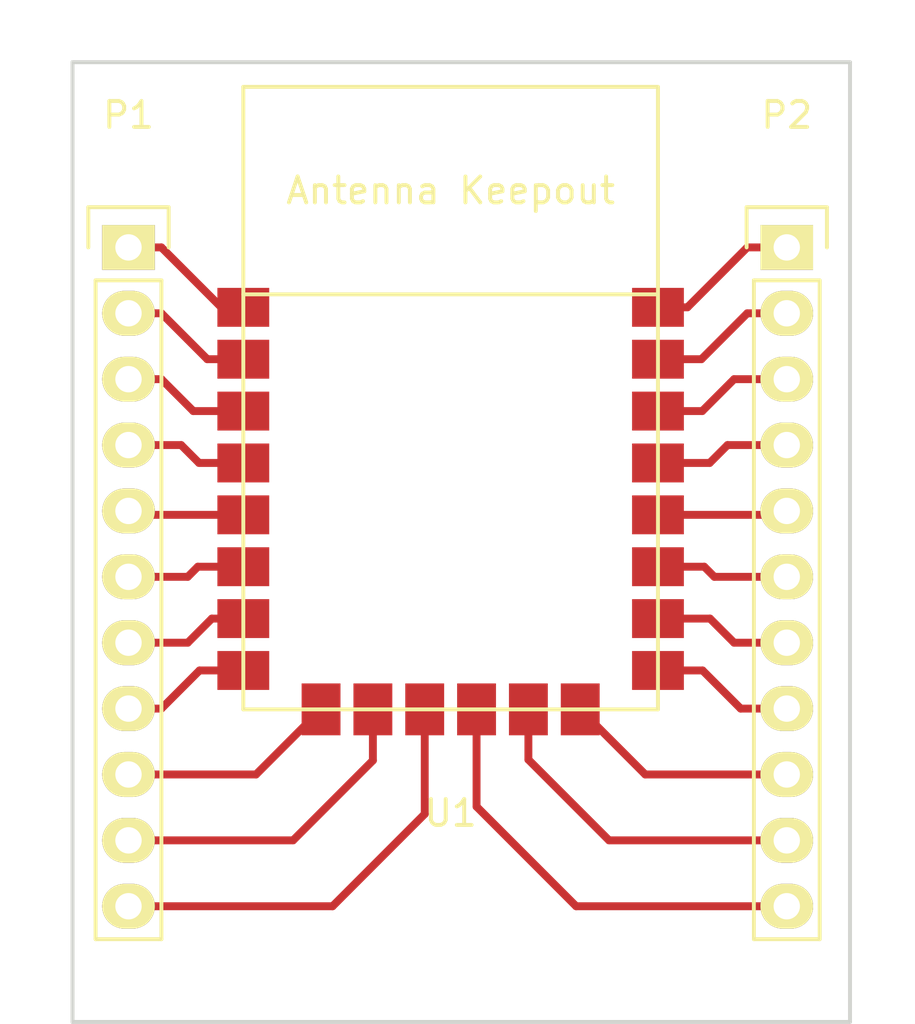
<source format=kicad_pcb>

(kicad_pcb
  (version 20171130)
  (host pcbnew "(5.1.12)-1")
  (general
    (thickness 1.6)
    (drawings 4)
    (tracks 65)
    (zones 0)
    (modules 3)
    (nets 23))
  (page A4)
  (layers
    (0 F.Cu signal)
    (31 B.Cu signal)
    (32 B.Adhes user)
    (33 F.Adhes user)
    (34 B.Paste user)
    (35 F.Paste user)
    (36 B.SilkS user)
    (37 F.SilkS user)
    (38 B.Mask user)
    (39 F.Mask user)
    (40 Dwgs.User user)
    (41 Cmts.User user)
    (42 Eco1.User user)
    (43 Eco2.User user)
    (44 Edge.Cuts user)
    (45 Margin user)
    (46 B.CrtYd user)
    (47 F.CrtYd user)
    (48 B.Fab user)
    (49 F.Fab user))
  (setup
    (last_trace_width 0.3048)
    (trace_clearance 0)
    (zone_clearance 0.508)
    (zone_45_only no)
    (trace_min 0.2)
    (via_size 0.6)
    (via_drill 0.4)
    (via_min_size 0.4)
    (via_min_drill 0.3)
    (uvia_size 0.3)
    (uvia_drill 0.1)
    (uvias_allowed no)
    (uvia_min_size 0)
    (uvia_min_drill 0)
    (edge_width 0.15)
    (segment_width 0.2)
    (pcb_text_width 0.3)
    (pcb_text_size 1.5 1.5)
    (mod_edge_width 0.15)
    (mod_text_size 1 1)
    (mod_text_width 0.15)
    (pad_size 1.524 1.524)
    (pad_drill 0.762)
    (pad_to_mask_clearance 0.2)
    (aux_axis_origin 0 0)
    (visible_elements 7FFFFFFF)
    (pcbplotparams
      (layerselection 0x00030_80000001)
      (usegerberextensions false)
      (usegerberattributes true)
      (usegerberadvancedattributes true)
      (creategerberjobfile true)
      (excludeedgelayer true)
      (linewidth 0.1)
      (plotframeref false)
      (viasonmask false)
      (mode 1)
      (useauxorigin false)
      (hpglpennumber 1)
      (hpglpenspeed 20)
      (hpglpendiameter 15.0)
      (psnegative false)
      (psa4output false)
      (plotreference true)
      (plotvalue true)
      (plotinvisibletext false)
      (padsonsilk false)
      (subtractmaskfromsilk false)
      (outputformat 2)
      (mirror false)
      (drillshape 1)
      (scaleselection 1)
      (outputdirectory "")))
  (net 0 "")
  (net 1 "Net-(P1-Pad1)")
  (net 2 "Net-(P1-Pad2)")
  (net 3 "Net-(P1-Pad3)")
  (net 4 "Net-(P1-Pad5)")
  (net 5 "Net-(P1-Pad6)")
  (net 6 "Net-(P1-Pad7)")
  (net 7 "Net-(P1-Pad8)")
  (net 8 "Net-(P1-Pad9)")
  (net 9 "Net-(P1-Pad10)")
  (net 10 "Net-(P1-Pad11)")
  (net 11 "Net-(P2-Pad2)")
  (net 12 "Net-(P2-Pad3)")
  (net 13 "Net-(P2-Pad4)")
  (net 14 "Net-(P2-Pad5)")
  (net 15 "Net-(P2-Pad6)")
  (net 16 "Net-(P2-Pad7)")
  (net 17 "Net-(P2-Pad8)")
  (net 18 "Net-(P2-Pad9)")
  (net 19 "Net-(P2-Pad10)")
  (net 20 "Net-(P2-Pad11)")
  (net 21 "Net-(P1-Pad4)")
  (net 22 "Net-(P2-Pad1)")
  (net_class Default "This is the default net class."
    (clearance 0)
    (trace_width 0.3048)
    (via_dia 0.6)
    (via_drill 0.4)
    (uvia_dia 0.3)
    (uvia_drill 0.1)
    (add_net "Net-(P1-Pad1)")
    (add_net "Net-(P1-Pad10)")
    (add_net "Net-(P1-Pad11)")
    (add_net "Net-(P1-Pad2)")
    (add_net "Net-(P1-Pad3)")
    (add_net "Net-(P1-Pad4)")
    (add_net "Net-(P1-Pad5)")
    (add_net "Net-(P1-Pad6)")
    (add_net "Net-(P1-Pad7)")
    (add_net "Net-(P1-Pad8)")
    (add_net "Net-(P1-Pad9)")
    (add_net "Net-(P2-Pad1)")
    (add_net "Net-(P2-Pad10)")
    (add_net "Net-(P2-Pad11)")
    (add_net "Net-(P2-Pad2)")
    (add_net "Net-(P2-Pad3)")
    (add_net "Net-(P2-Pad4)")
    (add_net "Net-(P2-Pad5)")
    (add_net "Net-(P2-Pad6)")
    (add_net "Net-(P2-Pad7)")
    (add_net "Net-(P2-Pad8)")
    (add_net "Net-(P2-Pad9)"))
  (module Pin_Headers:Pin_Header_Straight_1x11
    (layer F.Cu)
    (tedit 0)
    (tstamp 5.8456e+97)
    (at 137.16 104.14)
    (descr "Through hole pin header")
    (tags "pin header")
    (path /58456D42)
    (fp_text reference P1
      (at 0 -5.1)
      (layer F.SilkS)
      (effects
        (font
          (size 1 1)
          (thickness 0.15))))
    (fp_text value CONN_01X11
      (at 0 -3.1)
      (layer F.Fab)
      (effects
        (font
          (size 1 1)
          (thickness 0.15))))
    (fp_line
      (start -1.55 -1.55)
      (end 1.55 -1.55)
      (layer F.SilkS)
      (width 0.15))
    (fp_line
      (start -1.55 0)
      (end -1.55 -1.55)
      (layer F.SilkS)
      (width 0.15))
    (fp_line
      (start 1.27 1.27)
      (end -1.27 1.27)
      (layer F.SilkS)
      (width 0.15))
    (fp_line
      (start 1.55 -1.55)
      (end 1.55 0)
      (layer F.SilkS)
      (width 0.15))
    (fp_line
      (start -1.27 26.67)
      (end -1.27 1.27)
      (layer F.SilkS)
      (width 0.15))
    (fp_line
      (start 1.27 26.67)
      (end -1.27 26.67)
      (layer F.SilkS)
      (width 0.15))
    (fp_line
      (start 1.27 1.27)
      (end 1.27 26.67)
      (layer F.SilkS)
      (width 0.15))
    (fp_line
      (start -1.75 27.15)
      (end 1.75 27.15)
      (layer F.CrtYd)
      (width 0.05))
    (fp_line
      (start -1.75 -1.75)
      (end 1.75 -1.75)
      (layer F.CrtYd)
      (width 0.05))
    (fp_line
      (start 1.75 -1.75)
      (end 1.75 27.15)
      (layer F.CrtYd)
      (width 0.05))
    (fp_line
      (start -1.75 -1.75)
      (end -1.75 27.15)
      (layer F.CrtYd)
      (width 0.05))
    (pad 1 thru_hole rect
      (at 0 0)
      (size 2.032 1.7272)
      (drill 1.016)
      (layers *.Cu *.Mask F.SilkS)
      (net 1 "Net-(P1-Pad1)"))
    (pad 2 thru_hole oval
      (at 0 2.54)
      (size 2.032 1.7272)
      (drill 1.016)
      (layers *.Cu *.Mask F.SilkS)
      (net 2 "Net-(P1-Pad2)"))
    (pad 3 thru_hole oval
      (at 0 5.08)
      (size 2.032 1.7272)
      (drill 1.016)
      (layers *.Cu *.Mask F.SilkS)
      (net 3 "Net-(P1-Pad3)"))
    (pad 4 thru_hole oval
      (at 0 7.62)
      (size 2.032 1.7272)
      (drill 1.016)
      (layers *.Cu *.Mask F.SilkS)
      (net 21 "Net-(P1-Pad4)"))
    (pad 5 thru_hole oval
      (at 0 10.16)
      (size 2.032 1.7272)
      (drill 1.016)
      (layers *.Cu *.Mask F.SilkS)
      (net 4 "Net-(P1-Pad5)"))
    (pad 6 thru_hole oval
      (at 0 12.7)
      (size 2.032 1.7272)
      (drill 1.016)
      (layers *.Cu *.Mask F.SilkS)
      (net 5 "Net-(P1-Pad6)"))
    (pad 7 thru_hole oval
      (at 0 15.24)
      (size 2.032 1.7272)
      (drill 1.016)
      (layers *.Cu *.Mask F.SilkS)
      (net 6 "Net-(P1-Pad7)"))
    (pad 8 thru_hole oval
      (at 0 17.78)
      (size 2.032 1.7272)
      (drill 1.016)
      (layers *.Cu *.Mask F.SilkS)
      (net 7 "Net-(P1-Pad8)"))
    (pad 9 thru_hole oval
      (at 0 20.32)
      (size 2.032 1.7272)
      (drill 1.016)
      (layers *.Cu *.Mask F.SilkS)
      (net 8 "Net-(P1-Pad9)"))
    (pad 10 thru_hole oval
      (at 0 22.86)
      (size 2.032 1.7272)
      (drill 1.016)
      (layers *.Cu *.Mask F.SilkS)
      (net 9 "Net-(P1-Pad10)"))
    (pad 11 thru_hole oval
      (at 0 25.4)
      (size 2.032 1.7272)
      (drill 1.016)
      (layers *.Cu *.Mask F.SilkS)
      (net 10 "Net-(P1-Pad11)"))
    (model Pin_Headers.3dshapes/Pin_Header_Straight_1x11.wrl
      (offset
        (xyz 0 -12.69999980926514 0))
      (scale
        (xyz 1 1 1))
      (rotate
        (xyz 0 0 90))))
  (module Pin_Headers:Pin_Header_Straight_1x11
    (layer F.Cu)
    (tedit 0)
    (tstamp 58456EA2)
    (at 162.56 104.14)
    (descr "Through hole pin header")
    (tags "pin header")
    (path /58456CAD)
    (fp_text reference P2
      (at 0 -5.1)
      (layer F.SilkS)
      (effects
        (font
          (size 1 1)
          (thickness 0.15))))
    (fp_text value CONN_01X11
      (at 0 -3.1)
      (layer F.Fab)
      (effects
        (font
          (size 1 1)
          (thickness 0.15))))
    (fp_line
      (start -1.55 -1.55)
      (end 1.55 -1.55)
      (layer F.SilkS)
      (width 0.15))
    (fp_line
      (start -1.55 0)
      (end -1.55 -1.55)
      (layer F.SilkS)
      (width 0.15))
    (fp_line
      (start 1.27 1.27)
      (end -1.27 1.27)
      (layer F.SilkS)
      (width 0.15))
    (fp_line
      (start 1.55 -1.55)
      (end 1.55 0)
      (layer F.SilkS)
      (width 0.15))
    (fp_line
      (start -1.27 26.67)
      (end -1.27 1.27)
      (layer F.SilkS)
      (width 0.15))
    (fp_line
      (start 1.27 26.67)
      (end -1.27 26.67)
      (layer F.SilkS)
      (width 0.15))
    (fp_line
      (start 1.27 1.27)
      (end 1.27 26.67)
      (layer F.SilkS)
      (width 0.15))
    (fp_line
      (start -1.75 27.15)
      (end 1.75 27.15)
      (layer F.CrtYd)
      (width 0.05))
    (fp_line
      (start -1.75 -1.75)
      (end 1.75 -1.75)
      (layer F.CrtYd)
      (width 0.05))
    (fp_line
      (start 1.75 -1.75)
      (end 1.75 27.15)
      (layer F.CrtYd)
      (width 0.05))
    (fp_line
      (start -1.75 -1.75)
      (end -1.75 27.15)
      (layer F.CrtYd)
      (width 0.05))
    (pad 1 thru_hole rect
      (at 0 0)
      (size 2.032 1.7272)
      (drill 1.016)
      (layers *.Cu *.Mask F.SilkS)
      (net 22 "Net-(P2-Pad1)"))
    (pad 2 thru_hole oval
      (at 0 2.54)
      (size 2.032 1.7272)
      (drill 1.016)
      (layers *.Cu *.Mask F.SilkS)
      (net 11 "Net-(P2-Pad2)"))
    (pad 3 thru_hole oval
      (at 0 5.08)
      (size 2.032 1.7272)
      (drill 1.016)
      (layers *.Cu *.Mask F.SilkS)
      (net 12 "Net-(P2-Pad3)"))
    (pad 4 thru_hole oval
      (at 0 7.62)
      (size 2.032 1.7272)
      (drill 1.016)
      (layers *.Cu *.Mask F.SilkS)
      (net 13 "Net-(P2-Pad4)"))
    (pad 5 thru_hole oval
      (at 0 10.16)
      (size 2.032 1.7272)
      (drill 1.016)
      (layers *.Cu *.Mask F.SilkS)
      (net 14 "Net-(P2-Pad5)"))
    (pad 6 thru_hole oval
      (at 0 12.7)
      (size 2.032 1.7272)
      (drill 1.016)
      (layers *.Cu *.Mask F.SilkS)
      (net 15 "Net-(P2-Pad6)"))
    (pad 7 thru_hole oval
      (at 0 15.24)
      (size 2.032 1.7272)
      (drill 1.016)
      (layers *.Cu *.Mask F.SilkS)
      (net 16 "Net-(P2-Pad7)"))
    (pad 8 thru_hole oval
      (at 0 17.78)
      (size 2.032 1.7272)
      (drill 1.016)
      (layers *.Cu *.Mask F.SilkS)
      (net 17 "Net-(P2-Pad8)"))
    (pad 9 thru_hole oval
      (at 0 20.32)
      (size 2.032 1.7272)
      (drill 1.016)
      (layers *.Cu *.Mask F.SilkS)
      (net 18 "Net-(P2-Pad9)"))
    (pad 10 thru_hole oval
      (at 0 22.86)
      (size 2.032 1.7272)
      (drill 1.016)
      (layers *.Cu *.Mask F.SilkS)
      (net 19 "Net-(P2-Pad10)"))
    (pad 11 thru_hole oval
      (at 0 25.4)
      (size 2.032 1.7272)
      (drill 1.016)
      (layers *.Cu *.Mask F.SilkS)
      (net 20 "Net-(P2-Pad11)"))
    (model Pin_Headers.3dshapes/Pin_Header_Straight_1x11.wrl
      (offset
        (xyz 0 -12.69999980926514 0))
      (scale
        (xyz 1 1 1))
      (rotate
        (xyz 0 0 90))))
  (module esp-14:esp-14
    (layer F.Cu)
    (tedit 58456FC9)
    (tstamp 58457187)
    (at 148.59 107.95)
    (path /58456C14)
    (fp_text reference U1
      (at 1 18)
      (layer F.SilkS)
      (effects
        (font
          (size 1 1)
          (thickness 0.15))))
    (fp_text value esp-14
      (at 0 -12.5)
      (layer F.Fab)
      (effects
        (font
          (size 1 1)
          (thickness 0.15))))
    (fp_text user "Antenna Keepout"
      (at 1 -6)
      (layer F.SilkS)
      (effects
        (font
          (size 1 1)
          (thickness 0.15))))
    (fp_line
      (start 9 -10)
      (end -7 -10)
      (layer F.SilkS)
      (width 0.15))
    (fp_line
      (start 9 14)
      (end 9 -10)
      (layer F.SilkS)
      (width 0.15))
    (fp_line
      (start -7 14)
      (end 9 14)
      (layer F.SilkS)
      (width 0.15))
    (fp_line
      (start -7 -10)
      (end -7 14)
      (layer F.SilkS)
      (width 0.15))
    (fp_line
      (start -7 -2)
      (end 9 -2)
      (layer F.SilkS)
      (width 0.15))
    (pad 1 smd rect
      (at -7 -1.5)
      (size 2 1.5)
      (layers F.Cu F.Paste F.Mask)
      (net 1 "Net-(P1-Pad1)"))
    (pad 2 smd rect
      (at -7 0.5)
      (size 2 1.5)
      (layers F.Cu F.Paste F.Mask)
      (net 2 "Net-(P1-Pad2)"))
    (pad 3 smd rect
      (at -7 2.5)
      (size 2 1.5)
      (layers F.Cu F.Paste F.Mask)
      (net 3 "Net-(P1-Pad3)"))
    (pad 5 smd rect
      (at -7 6.5)
      (size 2 1.5)
      (layers F.Cu F.Paste F.Mask)
      (net 4 "Net-(P1-Pad5)"))
    (pad 6 smd rect
      (at -7 8.5)
      (size 2 1.5)
      (layers F.Cu F.Paste F.Mask)
      (net 5 "Net-(P1-Pad6)"))
    (pad 7 smd rect
      (at -7 10.5)
      (size 2 1.5)
      (layers F.Cu F.Paste F.Mask)
      (net 6 "Net-(P1-Pad7)"))
    (pad 8 smd rect
      (at -7 12.5)
      (size 2 1.5)
      (layers F.Cu F.Paste F.Mask)
      (net 7 "Net-(P1-Pad8)"))
    (pad 9 smd rect
      (at -4 14)
      (size 1.5 2)
      (layers F.Cu F.Paste F.Mask)
      (net 8 "Net-(P1-Pad9)"))
    (pad 10 smd rect
      (at -2 14)
      (size 1.5 2)
      (layers F.Cu F.Paste F.Mask)
      (net 9 "Net-(P1-Pad10)"))
    (pad 11 smd rect
      (at 0 14)
      (size 1.5 2)
      (layers F.Cu F.Paste F.Mask)
      (net 10 "Net-(P1-Pad11)"))
    (pad 12 smd rect
      (at 2 14)
      (size 1.5 2)
      (layers F.Cu F.Paste F.Mask)
      (net 20 "Net-(P2-Pad11)"))
    (pad 13 smd rect
      (at 4 14)
      (size 1.5 2)
      (layers F.Cu F.Paste F.Mask)
      (net 19 "Net-(P2-Pad10)"))
    (pad 14 smd rect
      (at 6 14)
      (size 1.5 2)
      (layers F.Cu F.Paste F.Mask)
      (net 18 "Net-(P2-Pad9)"))
    (pad 15 smd rect
      (at 9 12.5)
      (size 2 1.5)
      (layers F.Cu F.Paste F.Mask)
      (net 17 "Net-(P2-Pad8)"))
    (pad 16 smd rect
      (at 9 10.5)
      (size 2 1.5)
      (layers F.Cu F.Paste F.Mask)
      (net 16 "Net-(P2-Pad7)"))
    (pad 17 smd rect
      (at 9 8.5)
      (size 2 1.5)
      (layers F.Cu F.Paste F.Mask)
      (net 15 "Net-(P2-Pad6)"))
    (pad 18 smd rect
      (at 9 6.5)
      (size 2 1.5)
      (layers F.Cu F.Paste F.Mask)
      (net 14 "Net-(P2-Pad5)"))
    (pad 19 smd rect
      (at 9 4.5)
      (size 2 1.5)
      (layers F.Cu F.Paste F.Mask)
      (net 13 "Net-(P2-Pad4)"))
    (pad 20 smd rect
      (at 9 2.5)
      (size 2 1.5)
      (layers F.Cu F.Paste F.Mask)
      (net 12 "Net-(P2-Pad3)"))
    (pad 21 smd rect
      (at 9 0.5)
      (size 2 1.5)
      (layers F.Cu F.Paste F.Mask)
      (net 11 "Net-(P2-Pad2)"))
    (pad 4 smd rect
      (at -7 4.5)
      (size 2 1.5)
      (layers F.Cu F.Paste F.Mask)
      (net 21 "Net-(P1-Pad4)"))
    (pad 22 smd rect
      (at 9 -1.5)
      (size 2 1.5)
      (layers F.Cu F.Paste F.Mask)
      (net 22 "Net-(P2-Pad1)")))
  (gr_line
    (start 165 134)
    (end 165 97)
    (angle 90)
    (layer Edge.Cuts)
    (width 0.15))
  (gr_line
    (start 135 97)
    (end 135 134)
    (angle 90)
    (layer Edge.Cuts)
    (width 0.15))
  (gr_line
    (start 165 97)
    (end 135 97)
    (angle 90)
    (layer Edge.Cuts)
    (width 0.15))
  (gr_line
    (start 135 134)
    (end 165 134)
    (angle 90)
    (layer Edge.Cuts)
    (width 0.15))
  (segment
    (start 141.59 106.45)
    (end 141.248 106.45)
    (width 0.3048)
    (layer F.Cu)
    (net 1))
  (segment
    (start 141.248 106.45)
    (end 141.224 106.426)
    (width 0.3048)
    (layer F.Cu)
    (net 1)
    (tstamp 58457252))
  (segment
    (start 141.224 106.426)
    (end 140.716 106.426)
    (width 0.3048)
    (layer F.Cu)
    (net 1)
    (tstamp 58457253))
  (segment
    (start 140.716 106.426)
    (end 138.43 104.14)
    (width 0.3048)
    (layer F.Cu)
    (net 1)
    (tstamp 58457254))
  (segment
    (start 138.43 104.14)
    (end 137.16 104.14)
    (width 0.3048)
    (layer F.Cu)
    (net 1)
    (tstamp 58457255))
  (segment
    (start 141.59 108.45)
    (end 140.2 108.45)
    (width 0.3048)
    (layer F.Cu)
    (net 2))
  (segment
    (start 138.43 106.68)
    (end 137.16 106.68)
    (width 0.3048)
    (layer F.Cu)
    (net 2)
    (tstamp 5845725C))
  (segment
    (start 140.2 108.45)
    (end 138.43 106.68)
    (width 0.3048)
    (layer F.Cu)
    (net 2)
    (tstamp 5845725A))
  (segment
    (start 141.09 107.95)
    (end 141.59 108.45)
    (width 0.3048)
    (layer F.Cu)
    (net 2)
    (tstamp 584571EF))
  (segment
    (start 141.59 110.45)
    (end 139.66 110.45)
    (width 0.3048)
    (layer F.Cu)
    (net 3))
  (segment
    (start 138.43 109.22)
    (end 137.16 109.22)
    (width 0.3048)
    (layer F.Cu)
    (net 3)
    (tstamp 58457263))
  (segment
    (start 139.66 110.45)
    (end 138.43 109.22)
    (width 0.3048)
    (layer F.Cu)
    (net 3)
    (tstamp 58457261))
  (segment
    (start 141.59 114.45)
    (end 137.31 114.45)
    (width 0.3048)
    (layer F.Cu)
    (net 4))
  (segment
    (start 137.31 114.45)
    (end 137.16 114.3)
    (width 0.3048)
    (layer F.Cu)
    (net 4)
    (tstamp 584571FB))
  (segment
    (start 141.59 116.45)
    (end 139.836 116.45)
    (width 0.3048)
    (layer F.Cu)
    (net 5))
  (segment
    (start 139.446 116.84)
    (end 137.16 116.84)
    (width 0.3048)
    (layer F.Cu)
    (net 5)
    (tstamp 584571FF))
  (segment
    (start 139.836 116.45)
    (end 139.446 116.84)
    (width 0.3048)
    (layer F.Cu)
    (net 5)
    (tstamp 584571FE))
  (segment
    (start 141.59 118.45)
    (end 140.376 118.45)
    (width 0.3048)
    (layer F.Cu)
    (net 6))
  (segment
    (start 139.446 119.38)
    (end 137.16 119.38)
    (width 0.3048)
    (layer F.Cu)
    (net 6)
    (tstamp 58457203))
  (segment
    (start 140.376 118.45)
    (end 139.446 119.38)
    (width 0.3048)
    (layer F.Cu)
    (net 6)
    (tstamp 58457202))
  (segment
    (start 141.59 120.45)
    (end 139.9 120.45)
    (width 0.3048)
    (layer F.Cu)
    (net 7))
  (segment
    (start 138.43 121.92)
    (end 137.16 121.92)
    (width 0.3048)
    (layer F.Cu)
    (net 7)
    (tstamp 58457208))
  (segment
    (start 139.9 120.45)
    (end 138.43 121.92)
    (width 0.3048)
    (layer F.Cu)
    (net 7)
    (tstamp 58457206))
  (segment
    (start 137.16 124.46)
    (end 142.08 124.46)
    (width 0.3048)
    (layer F.Cu)
    (net 8))
  (segment
    (start 142.08 124.46)
    (end 144.59 121.95)
    (width 0.3048)
    (layer F.Cu)
    (net 8)
    (tstamp 5845720C))
  (segment
    (start 137.16 127)
    (end 143.51 127)
    (width 0.3048)
    (layer F.Cu)
    (net 9))
  (segment
    (start 146.59 123.92)
    (end 146.59 121.95)
    (width 0.3048)
    (layer F.Cu)
    (net 9)
    (tstamp 58457212))
  (segment
    (start 143.51 127)
    (end 146.59 123.92)
    (width 0.3048)
    (layer F.Cu)
    (net 9)
    (tstamp 58457210))
  (segment
    (start 137.16 129.54)
    (end 145.034 129.54)
    (width 0.3048)
    (layer F.Cu)
    (net 10))
  (segment
    (start 148.59 125.984)
    (end 148.59 121.95)
    (width 0.3048)
    (layer F.Cu)
    (net 10)
    (tstamp 58457218))
  (segment
    (start 145.034 129.54)
    (end 148.59 125.984)
    (width 0.3048)
    (layer F.Cu)
    (net 10)
    (tstamp 58457216))
  (segment
    (start 157.59 108.45)
    (end 159.266 108.45)
    (width 0.3048)
    (layer F.Cu)
    (net 11))
  (segment
    (start 161.036 106.68)
    (end 162.56 106.68)
    (width 0.3048)
    (layer F.Cu)
    (net 11)
    (tstamp 58457249))
  (segment
    (start 159.266 108.45)
    (end 161.036 106.68)
    (width 0.3048)
    (layer F.Cu)
    (net 11)
    (tstamp 58457247))
  (segment
    (start 157.59 110.45)
    (end 159.298 110.45)
    (width 0.3048)
    (layer F.Cu)
    (net 12))
  (segment
    (start 160.528 109.22)
    (end 162.56 109.22)
    (width 0.3048)
    (layer F.Cu)
    (net 12)
    (tstamp 58457243))
  (segment
    (start 159.298 110.45)
    (end 160.528 109.22)
    (width 0.3048)
    (layer F.Cu)
    (net 12)
    (tstamp 58457241))
  (segment
    (start 157.59 112.45)
    (end 159.584 112.45)
    (width 0.3048)
    (layer F.Cu)
    (net 13))
  (segment
    (start 160.274 111.76)
    (end 162.56 111.76)
    (width 0.3048)
    (layer F.Cu)
    (net 13)
    (tstamp 5845723E))
  (segment
    (start 159.584 112.45)
    (end 160.274 111.76)
    (width 0.3048)
    (layer F.Cu)
    (net 13)
    (tstamp 5845723D))
  (segment
    (start 157.59 114.45)
    (end 162.41 114.45)
    (width 0.3048)
    (layer F.Cu)
    (net 14))
  (segment
    (start 162.41 114.45)
    (end 162.56 114.3)
    (width 0.3048)
    (layer F.Cu)
    (net 14)
    (tstamp 5845723A))
  (segment
    (start 157.59 116.45)
    (end 159.376 116.45)
    (width 0.3048)
    (layer F.Cu)
    (net 15))
  (segment
    (start 159.766 116.84)
    (end 162.56 116.84)
    (width 0.3048)
    (layer F.Cu)
    (net 15)
    (tstamp 58457237))
  (segment
    (start 159.376 116.45)
    (end 159.766 116.84)
    (width 0.3048)
    (layer F.Cu)
    (net 15)
    (tstamp 58457236))
  (segment
    (start 157.59 118.45)
    (end 159.598 118.45)
    (width 0.3048)
    (layer F.Cu)
    (net 16))
  (segment
    (start 160.528 119.38)
    (end 162.56 119.38)
    (width 0.3048)
    (layer F.Cu)
    (net 16)
    (tstamp 58457233))
  (segment
    (start 159.598 118.45)
    (end 160.528 119.38)
    (width 0.3048)
    (layer F.Cu)
    (net 16)
    (tstamp 58457232))
  (segment
    (start 157.59 120.45)
    (end 159.312 120.45)
    (width 0.3048)
    (layer F.Cu)
    (net 17))
  (segment
    (start 160.782 121.92)
    (end 162.56 121.92)
    (width 0.3048)
    (layer F.Cu)
    (net 17)
    (tstamp 5845722E))
  (segment
    (start 159.312 120.45)
    (end 160.782 121.92)
    (width 0.3048)
    (layer F.Cu)
    (net 17)
    (tstamp 5845722C))
  (segment
    (start 162.56 124.46)
    (end 157.1 124.46)
    (width 0.3048)
    (layer F.Cu)
    (net 18))
  (segment
    (start 157.1 124.46)
    (end 154.59 121.95)
    (width 0.3048)
    (layer F.Cu)
    (net 18)
    (tstamp 58457228))
  (segment
    (start 162.56 127)
    (end 155.702 127)
    (width 0.3048)
    (layer F.Cu)
    (net 19))
  (segment
    (start 152.59 123.888)
    (end 152.59 121.95)
    (width 0.3048)
    (layer F.Cu)
    (net 19)
    (tstamp 58457224))
  (segment
    (start 155.702 127)
    (end 152.59 123.888)
    (width 0.3048)
    (layer F.Cu)
    (net 19)
    (tstamp 58457222))
  (segment
    (start 162.56 129.54)
    (end 154.432 129.54)
    (width 0.3048)
    (layer F.Cu)
    (net 20))
  (segment
    (start 150.59 125.698)
    (end 150.59 121.95)
    (width 0.3048)
    (layer F.Cu)
    (net 20)
    (tstamp 5845721E))
  (segment
    (start 154.432 129.54)
    (end 150.59 125.698)
    (width 0.3048)
    (layer F.Cu)
    (net 20)
    (tstamp 5845721C))
  (segment
    (start 141.59 112.45)
    (end 139.882 112.45)
    (width 0.3048)
    (layer F.Cu)
    (net 21))
  (segment
    (start 139.192 111.76)
    (end 137.16 111.76)
    (width 0.3048)
    (layer F.Cu)
    (net 21)
    (tstamp 584571F8))
  (segment
    (start 139.882 112.45)
    (end 139.192 111.76)
    (width 0.3048)
    (layer F.Cu)
    (net 21)
    (tstamp 584571F7))
  (segment
    (start 157.59 106.45)
    (end 158.726 106.45)
    (width 0.3048)
    (layer F.Cu)
    (net 22))
  (segment
    (start 161.036 104.14)
    (end 162.56 104.14)
    (width 0.3048)
    (layer F.Cu)
    (net 22)
    (tstamp 5845724E))
  (segment
    (start 158.726 106.45)
    (end 161.036 104.14)
    (width 0.3048)
    (layer F.Cu)
    (net 22)
    (tstamp 5845724D)))
</source>
